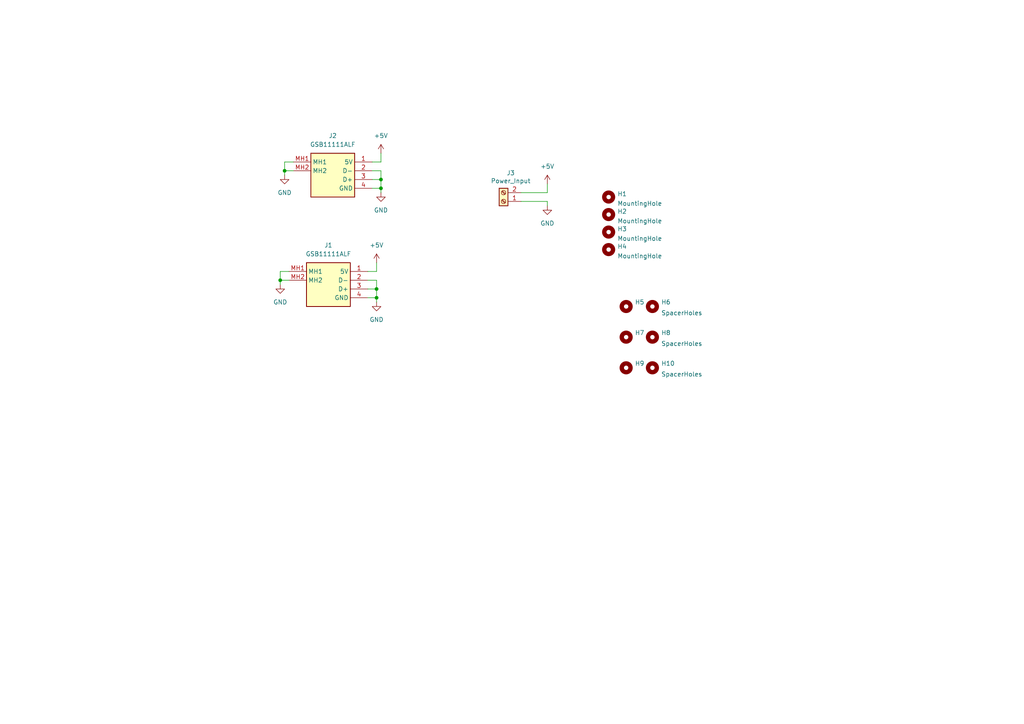
<source format=kicad_sch>
(kicad_sch (version 20230121) (generator eeschema)

  (uuid fea7c5d1-76d6-41a0-b5e3-29889dbb8ce0)

  (paper "A4")

  (title_block
    (title "USB distri")
    (date "2023-10-13")
    (rev "1.0")
    (company "Bleep Sound")
  )

  (lib_symbols
    (symbol "Connector:Screw_Terminal_01x02" (pin_names (offset 1.016) hide) (in_bom yes) (on_board yes)
      (property "Reference" "J" (at 0 2.54 0)
        (effects (font (size 1.27 1.27)))
      )
      (property "Value" "Screw_Terminal_01x02" (at 0 -5.08 0)
        (effects (font (size 1.27 1.27)))
      )
      (property "Footprint" "" (at 0 0 0)
        (effects (font (size 1.27 1.27)) hide)
      )
      (property "Datasheet" "~" (at 0 0 0)
        (effects (font (size 1.27 1.27)) hide)
      )
      (property "ki_keywords" "screw terminal" (at 0 0 0)
        (effects (font (size 1.27 1.27)) hide)
      )
      (property "ki_description" "Generic screw terminal, single row, 01x02, script generated (kicad-library-utils/schlib/autogen/connector/)" (at 0 0 0)
        (effects (font (size 1.27 1.27)) hide)
      )
      (property "ki_fp_filters" "TerminalBlock*:*" (at 0 0 0)
        (effects (font (size 1.27 1.27)) hide)
      )
      (symbol "Screw_Terminal_01x02_1_1"
        (rectangle (start -1.27 1.27) (end 1.27 -3.81)
          (stroke (width 0.254) (type default))
          (fill (type background))
        )
        (circle (center 0 -2.54) (radius 0.635)
          (stroke (width 0.1524) (type default))
          (fill (type none))
        )
        (polyline
          (pts
            (xy -0.5334 -2.2098)
            (xy 0.3302 -3.048)
          )
          (stroke (width 0.1524) (type default))
          (fill (type none))
        )
        (polyline
          (pts
            (xy -0.5334 0.3302)
            (xy 0.3302 -0.508)
          )
          (stroke (width 0.1524) (type default))
          (fill (type none))
        )
        (polyline
          (pts
            (xy -0.3556 -2.032)
            (xy 0.508 -2.8702)
          )
          (stroke (width 0.1524) (type default))
          (fill (type none))
        )
        (polyline
          (pts
            (xy -0.3556 0.508)
            (xy 0.508 -0.3302)
          )
          (stroke (width 0.1524) (type default))
          (fill (type none))
        )
        (circle (center 0 0) (radius 0.635)
          (stroke (width 0.1524) (type default))
          (fill (type none))
        )
        (pin passive line (at -5.08 0 0) (length 3.81)
          (name "Pin_1" (effects (font (size 1.27 1.27))))
          (number "1" (effects (font (size 1.27 1.27))))
        )
        (pin passive line (at -5.08 -2.54 0) (length 3.81)
          (name "Pin_2" (effects (font (size 1.27 1.27))))
          (number "2" (effects (font (size 1.27 1.27))))
        )
      )
    )
    (symbol "Kicad-perso:GSB11111ALF" (in_bom yes) (on_board yes)
      (property "Reference" "J" (at 5.207 7.239 0)
        (effects (font (size 1.27 1.27)) (justify left top))
      )
      (property "Value" "GSB11111ALF" (at 5.207 4.699 0)
        (effects (font (size 1.27 1.27)) (justify left top))
      )
      (property "Footprint" "Kicad-perso:GSB11111ALF" (at 19.05 -94.92 0)
        (effects (font (size 1.27 1.27)) (justify left top) hide)
      )
      (property "Datasheet" "https://cdn.amphenol-icc.com/media/wysiwyg/files/drawing/gsb111xxalf.pdf" (at 19.05 -194.92 0)
        (effects (font (size 1.27 1.27)) (justify left top) hide)
      )
      (property "MFN" "Amphenol" (at 19.05 -694.92 0)
        (effects (font (size 1.27 1.27)) (justify left top) hide)
      )
      (property "MFP" "GSB11111ALF" (at 19.05 -794.92 0)
        (effects (font (size 1.27 1.27)) (justify left top) hide)
      )
      (property "ki_description" "USB Connectors USB 2.0, Type A, Receptacle, Vertical, 4 Pins, Shell with Nickel Plating, Gold Flash, Dip 3.0mm,Terminal Tail Length 2.7mm, Black Housing, Tray Packaging" (at 0 0 0)
        (effects (font (size 1.27 1.27)) hide)
      )
      (symbol "GSB11111ALF_1_1"
        (rectangle (start 5.08 2.54) (end 17.78 -10.16)
          (stroke (width 0.254) (type default))
          (fill (type background))
        )
        (pin power_in line (at 22.86 0 180) (length 5.08)
          (name "5V" (effects (font (size 1.27 1.27))))
          (number "1" (effects (font (size 1.27 1.27))))
        )
        (pin passive line (at 22.86 -2.54 180) (length 5.08)
          (name "D-" (effects (font (size 1.27 1.27))))
          (number "2" (effects (font (size 1.27 1.27))))
        )
        (pin passive line (at 22.86 -5.08 180) (length 5.08)
          (name "D+" (effects (font (size 1.27 1.27))))
          (number "3" (effects (font (size 1.27 1.27))))
        )
        (pin power_in line (at 22.86 -7.62 180) (length 5.08)
          (name "GND" (effects (font (size 1.27 1.27))))
          (number "4" (effects (font (size 1.27 1.27))))
        )
        (pin passive line (at 0 0 0) (length 5.08)
          (name "MH1" (effects (font (size 1.27 1.27))))
          (number "MH1" (effects (font (size 1.27 1.27))))
        )
        (pin passive line (at 0 -2.54 0) (length 5.08)
          (name "MH2" (effects (font (size 1.27 1.27))))
          (number "MH2" (effects (font (size 1.27 1.27))))
        )
      )
    )
    (symbol "Mechanical:MountingHole" (pin_names (offset 1.016)) (in_bom yes) (on_board yes)
      (property "Reference" "H" (at 0 5.08 0)
        (effects (font (size 1.27 1.27)))
      )
      (property "Value" "MountingHole" (at 0 3.175 0)
        (effects (font (size 1.27 1.27)))
      )
      (property "Footprint" "" (at 0 0 0)
        (effects (font (size 1.27 1.27)) hide)
      )
      (property "Datasheet" "~" (at 0 0 0)
        (effects (font (size 1.27 1.27)) hide)
      )
      (property "ki_keywords" "mounting hole" (at 0 0 0)
        (effects (font (size 1.27 1.27)) hide)
      )
      (property "ki_description" "Mounting Hole without connection" (at 0 0 0)
        (effects (font (size 1.27 1.27)) hide)
      )
      (property "ki_fp_filters" "MountingHole*" (at 0 0 0)
        (effects (font (size 1.27 1.27)) hide)
      )
      (symbol "MountingHole_0_1"
        (circle (center 0 0) (radius 1.27)
          (stroke (width 1.27) (type default))
          (fill (type none))
        )
      )
    )
    (symbol "power:+5V" (power) (pin_names (offset 0)) (in_bom yes) (on_board yes)
      (property "Reference" "#PWR" (at 0 -3.81 0)
        (effects (font (size 1.27 1.27)) hide)
      )
      (property "Value" "+5V" (at 0 3.556 0)
        (effects (font (size 1.27 1.27)))
      )
      (property "Footprint" "" (at 0 0 0)
        (effects (font (size 1.27 1.27)) hide)
      )
      (property "Datasheet" "" (at 0 0 0)
        (effects (font (size 1.27 1.27)) hide)
      )
      (property "ki_keywords" "global power" (at 0 0 0)
        (effects (font (size 1.27 1.27)) hide)
      )
      (property "ki_description" "Power symbol creates a global label with name \"+5V\"" (at 0 0 0)
        (effects (font (size 1.27 1.27)) hide)
      )
      (symbol "+5V_0_1"
        (polyline
          (pts
            (xy -0.762 1.27)
            (xy 0 2.54)
          )
          (stroke (width 0) (type default))
          (fill (type none))
        )
        (polyline
          (pts
            (xy 0 0)
            (xy 0 2.54)
          )
          (stroke (width 0) (type default))
          (fill (type none))
        )
        (polyline
          (pts
            (xy 0 2.54)
            (xy 0.762 1.27)
          )
          (stroke (width 0) (type default))
          (fill (type none))
        )
      )
      (symbol "+5V_1_1"
        (pin power_in line (at 0 0 90) (length 0) hide
          (name "+5V" (effects (font (size 1.27 1.27))))
          (number "1" (effects (font (size 1.27 1.27))))
        )
      )
    )
    (symbol "power:GND" (power) (pin_names (offset 0)) (in_bom yes) (on_board yes)
      (property "Reference" "#PWR" (at 0 -6.35 0)
        (effects (font (size 1.27 1.27)) hide)
      )
      (property "Value" "GND" (at 0 -3.81 0)
        (effects (font (size 1.27 1.27)))
      )
      (property "Footprint" "" (at 0 0 0)
        (effects (font (size 1.27 1.27)) hide)
      )
      (property "Datasheet" "" (at 0 0 0)
        (effects (font (size 1.27 1.27)) hide)
      )
      (property "ki_keywords" "global power" (at 0 0 0)
        (effects (font (size 1.27 1.27)) hide)
      )
      (property "ki_description" "Power symbol creates a global label with name \"GND\" , ground" (at 0 0 0)
        (effects (font (size 1.27 1.27)) hide)
      )
      (symbol "GND_0_1"
        (polyline
          (pts
            (xy 0 0)
            (xy 0 -1.27)
            (xy 1.27 -1.27)
            (xy 0 -2.54)
            (xy -1.27 -1.27)
            (xy 0 -1.27)
          )
          (stroke (width 0) (type default))
          (fill (type none))
        )
      )
      (symbol "GND_1_1"
        (pin power_in line (at 0 0 270) (length 0) hide
          (name "GND" (effects (font (size 1.27 1.27))))
          (number "1" (effects (font (size 1.27 1.27))))
        )
      )
    )
  )

  (junction (at 82.55 49.53) (diameter 0) (color 0 0 0 0)
    (uuid 36a4acc0-aa4e-4196-a2fd-7859c222265d)
  )
  (junction (at 110.49 54.61) (diameter 0) (color 0 0 0 0)
    (uuid 3dd3f5d6-4871-43fb-a149-f5f5ace93719)
  )
  (junction (at 110.49 52.07) (diameter 0) (color 0 0 0 0)
    (uuid 5e8e8d7a-1c57-4063-a8bf-1d9676f9b730)
  )
  (junction (at 81.28 81.28) (diameter 0) (color 0 0 0 0)
    (uuid 797adbec-747a-403d-810a-e05c64f15224)
  )
  (junction (at 109.22 83.82) (diameter 0) (color 0 0 0 0)
    (uuid a1ce97f9-9772-4d61-85c1-f886eab6260a)
  )
  (junction (at 109.22 86.36) (diameter 0) (color 0 0 0 0)
    (uuid bd394751-3e4b-4a45-b3b1-6349da1de85e)
  )

  (wire (pts (xy 158.75 53.34) (xy 158.75 55.88))
    (stroke (width 0) (type default))
    (uuid 07fbb9f3-9b61-47b8-ad39-378ffed848d7)
  )
  (wire (pts (xy 107.95 49.53) (xy 110.49 49.53))
    (stroke (width 0) (type default))
    (uuid 0a97ecdb-2faa-4b9b-85f3-3961bfd46ea4)
  )
  (wire (pts (xy 109.22 78.74) (xy 106.68 78.74))
    (stroke (width 0) (type default))
    (uuid 0f7f1848-9f98-4781-890a-d26d57b1304b)
  )
  (wire (pts (xy 110.49 55.88) (xy 110.49 54.61))
    (stroke (width 0) (type default))
    (uuid 14c55d83-8d6e-461c-b5d2-1ab4040bee4a)
  )
  (wire (pts (xy 109.22 81.28) (xy 109.22 83.82))
    (stroke (width 0) (type default))
    (uuid 169a9d68-5e78-43ac-a761-750d554df02b)
  )
  (wire (pts (xy 110.49 46.99) (xy 107.95 46.99))
    (stroke (width 0) (type default))
    (uuid 1988024d-ee35-49b3-a92d-8b9f3434e26d)
  )
  (wire (pts (xy 81.28 78.74) (xy 81.28 81.28))
    (stroke (width 0) (type default))
    (uuid 1ca6af28-a068-4d8c-a6a7-2f8346d4a108)
  )
  (wire (pts (xy 151.13 58.42) (xy 158.75 58.42))
    (stroke (width 0) (type default))
    (uuid 1fb3802d-4764-4c24-a87c-e1eea9d1eb66)
  )
  (wire (pts (xy 109.22 86.36) (xy 106.68 86.36))
    (stroke (width 0) (type default))
    (uuid 21c1b079-aa60-4cf0-b626-75714c2a19d7)
  )
  (wire (pts (xy 82.55 46.99) (xy 82.55 49.53))
    (stroke (width 0) (type default))
    (uuid 261f4c1e-3d00-48ee-a2d3-a65f41f562dd)
  )
  (wire (pts (xy 82.55 49.53) (xy 85.09 49.53))
    (stroke (width 0) (type default))
    (uuid 2b607e27-c87e-415b-84b1-00742251cb5e)
  )
  (wire (pts (xy 107.95 52.07) (xy 110.49 52.07))
    (stroke (width 0) (type default))
    (uuid 2bd96005-e2e6-4012-848a-867a26db494d)
  )
  (wire (pts (xy 106.68 81.28) (xy 109.22 81.28))
    (stroke (width 0) (type default))
    (uuid 2dae5f0b-6497-4089-82fb-888ded0bb207)
  )
  (wire (pts (xy 109.22 76.2) (xy 109.22 78.74))
    (stroke (width 0) (type default))
    (uuid 4a75c59c-232c-4299-abc2-472a3bae4a86)
  )
  (wire (pts (xy 81.28 81.28) (xy 83.82 81.28))
    (stroke (width 0) (type default))
    (uuid 7a3907cc-20c6-409b-8f08-72427be8ce14)
  )
  (wire (pts (xy 106.68 83.82) (xy 109.22 83.82))
    (stroke (width 0) (type default))
    (uuid 888f64f0-dbef-4a5a-bfdf-a62f7c3bff4e)
  )
  (wire (pts (xy 109.22 83.82) (xy 109.22 86.36))
    (stroke (width 0) (type default))
    (uuid 8a70ea54-59a3-499b-8005-3cfb3e535a2a)
  )
  (wire (pts (xy 158.75 55.88) (xy 151.13 55.88))
    (stroke (width 0) (type default))
    (uuid 97da6296-eb53-471d-8872-c5f4c8017585)
  )
  (wire (pts (xy 110.49 54.61) (xy 107.95 54.61))
    (stroke (width 0) (type default))
    (uuid 981f05a2-5b0d-484f-b418-c3a185659c1a)
  )
  (wire (pts (xy 110.49 44.45) (xy 110.49 46.99))
    (stroke (width 0) (type default))
    (uuid a2ce1c43-c1b8-47d4-b897-a733b18ac6ba)
  )
  (wire (pts (xy 110.49 52.07) (xy 110.49 54.61))
    (stroke (width 0) (type default))
    (uuid a9beaf54-d40a-4c70-875b-af1024222e5f)
  )
  (wire (pts (xy 158.75 58.42) (xy 158.75 59.69))
    (stroke (width 0) (type default))
    (uuid ca9eda80-10e9-40db-8307-ebba59cbce29)
  )
  (wire (pts (xy 83.82 78.74) (xy 81.28 78.74))
    (stroke (width 0) (type default))
    (uuid cf4dc696-17dd-4532-9c52-b6ced37ae76f)
  )
  (wire (pts (xy 110.49 49.53) (xy 110.49 52.07))
    (stroke (width 0) (type default))
    (uuid db7617b4-ce84-494e-8667-1d4d7c05c8f3)
  )
  (wire (pts (xy 82.55 49.53) (xy 82.55 50.8))
    (stroke (width 0) (type default))
    (uuid e4dd7fcf-aa58-4693-b2c2-ae6b653ca1cb)
  )
  (wire (pts (xy 109.22 87.63) (xy 109.22 86.36))
    (stroke (width 0) (type default))
    (uuid f3f43489-a9f3-4dc5-80b4-237b65ca165a)
  )
  (wire (pts (xy 81.28 81.28) (xy 81.28 82.55))
    (stroke (width 0) (type default))
    (uuid fdb0756f-a600-4da1-a491-0c9ae0c001a8)
  )
  (wire (pts (xy 85.09 46.99) (xy 82.55 46.99))
    (stroke (width 0) (type default))
    (uuid fe880dd9-9e2f-4033-b183-d9b682488d74)
  )

  (symbol (lib_id "Mechanical:MountingHole") (at 181.61 106.68 0) (unit 1)
    (in_bom no) (on_board yes) (dnp no)
    (uuid 08586263-02d5-4897-91f8-3b0c48842f12)
    (property "Reference" "H9" (at 184.15 105.41 0)
      (effects (font (size 1.27 1.27)) (justify left))
    )
    (property "Value" "SpacerHoles" (at 184.15 108.5466 0)
      (effects (font (size 1.27 1.27)) (justify left) hide)
    )
    (property "Footprint" "MountingHole:MountingHole_3.2mm_M3" (at 181.61 106.68 0)
      (effects (font (size 1.27 1.27)) hide)
    )
    (property "Datasheet" "~" (at 181.61 106.68 0)
      (effects (font (size 1.27 1.27)) hide)
    )
    (instances
      (project "USB_distri"
        (path "/fea7c5d1-76d6-41a0-b5e3-29889dbb8ce0"
          (reference "H9") (unit 1)
        )
      )
    )
  )

  (symbol (lib_id "Mechanical:MountingHole") (at 181.61 97.79 0) (unit 1)
    (in_bom no) (on_board yes) (dnp no)
    (uuid 0d654c3e-9513-4017-8e4c-05462cd6c326)
    (property "Reference" "H7" (at 184.15 96.52 0)
      (effects (font (size 1.27 1.27)) (justify left))
    )
    (property "Value" "SpacerHoles" (at 184.15 99.6566 0)
      (effects (font (size 1.27 1.27)) (justify left) hide)
    )
    (property "Footprint" "MountingHole:MountingHole_3.2mm_M3" (at 181.61 97.79 0)
      (effects (font (size 1.27 1.27)) hide)
    )
    (property "Datasheet" "~" (at 181.61 97.79 0)
      (effects (font (size 1.27 1.27)) hide)
    )
    (instances
      (project "USB_distri"
        (path "/fea7c5d1-76d6-41a0-b5e3-29889dbb8ce0"
          (reference "H7") (unit 1)
        )
      )
    )
  )

  (symbol (lib_id "Mechanical:MountingHole") (at 189.23 88.9 0) (unit 1)
    (in_bom no) (on_board yes) (dnp no)
    (uuid 0e040efa-bcff-4897-89d3-a5207f0542e5)
    (property "Reference" "H6" (at 191.77 87.63 0)
      (effects (font (size 1.27 1.27)) (justify left))
    )
    (property "Value" "SpacerHoles" (at 191.77 90.7666 0)
      (effects (font (size 1.27 1.27)) (justify left))
    )
    (property "Footprint" "MountingHole:MountingHole_3.2mm_M3" (at 189.23 88.9 0)
      (effects (font (size 1.27 1.27)) hide)
    )
    (property "Datasheet" "~" (at 189.23 88.9 0)
      (effects (font (size 1.27 1.27)) hide)
    )
    (instances
      (project "USB_distri"
        (path "/fea7c5d1-76d6-41a0-b5e3-29889dbb8ce0"
          (reference "H6") (unit 1)
        )
      )
    )
  )

  (symbol (lib_id "Mechanical:MountingHole") (at 176.53 67.31 0) (unit 1)
    (in_bom no) (on_board yes) (dnp no) (fields_autoplaced)
    (uuid 0e86af0a-1fe7-477d-99bc-1729cff58217)
    (property "Reference" "H3" (at 179.07 66.4015 0)
      (effects (font (size 1.27 1.27)) (justify left))
    )
    (property "Value" "MountingHole" (at 179.07 69.1766 0)
      (effects (font (size 1.27 1.27)) (justify left))
    )
    (property "Footprint" "Synth:Doepfer Mounting hole" (at 176.53 67.31 0)
      (effects (font (size 1.27 1.27)) hide)
    )
    (property "Datasheet" "~" (at 176.53 67.31 0)
      (effects (font (size 1.27 1.27)) hide)
    )
    (property "MFN" "" (at 176.53 67.31 0)
      (effects (font (size 1.27 1.27)) hide)
    )
    (property "MFP" "" (at 176.53 67.31 0)
      (effects (font (size 1.27 1.27)) hide)
    )
    (instances
      (project "USB_distri"
        (path "/fea7c5d1-76d6-41a0-b5e3-29889dbb8ce0"
          (reference "H3") (unit 1)
        )
      )
    )
  )

  (symbol (lib_id "Mechanical:MountingHole") (at 176.53 72.39 0) (unit 1)
    (in_bom no) (on_board yes) (dnp no) (fields_autoplaced)
    (uuid 152dc8ca-1ae6-4745-a4ba-ab361a35bfc2)
    (property "Reference" "H4" (at 179.07 71.4815 0)
      (effects (font (size 1.27 1.27)) (justify left))
    )
    (property "Value" "MountingHole" (at 179.07 74.2566 0)
      (effects (font (size 1.27 1.27)) (justify left))
    )
    (property "Footprint" "Synth:Doepfer Mounting hole" (at 176.53 72.39 0)
      (effects (font (size 1.27 1.27)) hide)
    )
    (property "Datasheet" "~" (at 176.53 72.39 0)
      (effects (font (size 1.27 1.27)) hide)
    )
    (property "MFN" "" (at 176.53 72.39 0)
      (effects (font (size 1.27 1.27)) hide)
    )
    (property "MFP" "" (at 176.53 72.39 0)
      (effects (font (size 1.27 1.27)) hide)
    )
    (instances
      (project "USB_distri"
        (path "/fea7c5d1-76d6-41a0-b5e3-29889dbb8ce0"
          (reference "H4") (unit 1)
        )
      )
    )
  )

  (symbol (lib_id "Connector:Screw_Terminal_01x02") (at 146.05 58.42 180) (unit 1)
    (in_bom yes) (on_board yes) (dnp no)
    (uuid 2b5034b7-2a3f-4560-ac91-d522a8f2a5d0)
    (property "Reference" "J1" (at 148.1328 50.165 0)
      (effects (font (size 1.27 1.27)))
    )
    (property "Value" "Power_Input" (at 148.1328 52.4764 0)
      (effects (font (size 1.27 1.27)))
    )
    (property "Footprint" "TerminalBlock:TerminalBlock_bornier-2_P5.08mm" (at 146.05 58.42 0)
      (effects (font (size 1.27 1.27)) hide)
    )
    (property "Datasheet" "~" (at 146.05 58.42 0)
      (effects (font (size 1.27 1.27)) hide)
    )
    (property "MFN" "" (at 146.05 58.42 0)
      (effects (font (size 1.27 1.27)) hide)
    )
    (property "MFP" "" (at 146.05 58.42 0)
      (effects (font (size 1.27 1.27)) hide)
    )
    (pin "1" (uuid 4566d0b4-ec5a-4b92-89ff-2f63eccb15e6))
    (pin "2" (uuid d7a853f4-9615-4b17-82b2-c22c3b8f7478))
    (instances
      (project "PSU"
        (path "/75ffc65c-7132-4411-9f2a-ae0c73d79338"
          (reference "J1") (unit 1)
        )
      )
      (project "USB_distri"
        (path "/fea7c5d1-76d6-41a0-b5e3-29889dbb8ce0"
          (reference "J3") (unit 1)
        )
      )
    )
  )

  (symbol (lib_id "power:+5V") (at 110.49 44.45 0) (unit 1)
    (in_bom yes) (on_board yes) (dnp no) (fields_autoplaced)
    (uuid 2f05a8af-fb08-431d-961c-19b7eecb854b)
    (property "Reference" "#PWR05" (at 110.49 48.26 0)
      (effects (font (size 1.27 1.27)) hide)
    )
    (property "Value" "+5V" (at 110.49 39.37 0)
      (effects (font (size 1.27 1.27)))
    )
    (property "Footprint" "" (at 110.49 44.45 0)
      (effects (font (size 1.27 1.27)) hide)
    )
    (property "Datasheet" "" (at 110.49 44.45 0)
      (effects (font (size 1.27 1.27)) hide)
    )
    (pin "1" (uuid dfce36e7-1f50-4983-a4cd-02142bb887b2))
    (instances
      (project "USB_distri"
        (path "/fea7c5d1-76d6-41a0-b5e3-29889dbb8ce0"
          (reference "#PWR05") (unit 1)
        )
      )
    )
  )

  (symbol (lib_id "Mechanical:MountingHole") (at 189.23 106.68 0) (unit 1)
    (in_bom no) (on_board yes) (dnp no)
    (uuid 318b50c3-ed59-4e80-a1ec-12e00927a4ba)
    (property "Reference" "H10" (at 191.77 105.41 0)
      (effects (font (size 1.27 1.27)) (justify left))
    )
    (property "Value" "SpacerHoles" (at 191.77 108.5466 0)
      (effects (font (size 1.27 1.27)) (justify left))
    )
    (property "Footprint" "MountingHole:MountingHole_3.2mm_M3" (at 189.23 106.68 0)
      (effects (font (size 1.27 1.27)) hide)
    )
    (property "Datasheet" "~" (at 189.23 106.68 0)
      (effects (font (size 1.27 1.27)) hide)
    )
    (instances
      (project "USB_distri"
        (path "/fea7c5d1-76d6-41a0-b5e3-29889dbb8ce0"
          (reference "H10") (unit 1)
        )
      )
    )
  )

  (symbol (lib_id "Kicad-perso:GSB11111ALF") (at 83.82 78.74 0) (unit 1)
    (in_bom yes) (on_board yes) (dnp no) (fields_autoplaced)
    (uuid 37114498-8d70-4481-aefb-a4b686f61269)
    (property "Reference" "J1" (at 95.25 71.12 0)
      (effects (font (size 1.27 1.27)))
    )
    (property "Value" "GSB11111ALF" (at 95.25 73.66 0)
      (effects (font (size 1.27 1.27)))
    )
    (property "Footprint" "Kicad-perso:GSB11111ALF" (at 102.87 173.66 0)
      (effects (font (size 1.27 1.27)) (justify left top) hide)
    )
    (property "Datasheet" "https://cdn.amphenol-icc.com/media/wysiwyg/files/drawing/gsb111xxalf.pdf" (at 102.87 273.66 0)
      (effects (font (size 1.27 1.27)) (justify left top) hide)
    )
    (property "MFN" "Amphenol" (at 102.87 773.66 0)
      (effects (font (size 1.27 1.27)) (justify left top) hide)
    )
    (property "MFP" "GSB11111ALF" (at 102.87 873.66 0)
      (effects (font (size 1.27 1.27)) (justify left top) hide)
    )
    (pin "1" (uuid f4004592-1783-4d06-ae76-10de08f99f28))
    (pin "2" (uuid d0f2ab86-b249-4825-859d-d6902c7bfed7))
    (pin "3" (uuid 3e948488-9345-476e-8496-7d998d093cbc))
    (pin "4" (uuid 8efe5f6d-c886-410f-beb6-eb7b4e1a08f9))
    (pin "MH1" (uuid 3e43a29d-be22-4d4a-835e-891bd2ec92e4))
    (pin "MH2" (uuid c14a41b1-adc5-4bcf-ab12-733c7593a0ae))
    (instances
      (project "USB_distri"
        (path "/fea7c5d1-76d6-41a0-b5e3-29889dbb8ce0"
          (reference "J1") (unit 1)
        )
      )
    )
  )

  (symbol (lib_id "power:GND") (at 110.49 55.88 0) (unit 1)
    (in_bom yes) (on_board yes) (dnp no) (fields_autoplaced)
    (uuid 4a4a48ae-5c45-4256-9097-e24d93657521)
    (property "Reference" "#PWR06" (at 110.49 62.23 0)
      (effects (font (size 1.27 1.27)) hide)
    )
    (property "Value" "GND" (at 110.49 60.96 0)
      (effects (font (size 1.27 1.27)))
    )
    (property "Footprint" "" (at 110.49 55.88 0)
      (effects (font (size 1.27 1.27)) hide)
    )
    (property "Datasheet" "" (at 110.49 55.88 0)
      (effects (font (size 1.27 1.27)) hide)
    )
    (pin "1" (uuid 6eabd689-59cb-47de-9a6f-dbbaf234926e))
    (instances
      (project "USB_distri"
        (path "/fea7c5d1-76d6-41a0-b5e3-29889dbb8ce0"
          (reference "#PWR06") (unit 1)
        )
      )
    )
  )

  (symbol (lib_id "Mechanical:MountingHole") (at 176.53 62.23 0) (unit 1)
    (in_bom no) (on_board yes) (dnp no) (fields_autoplaced)
    (uuid 6ad02073-0558-42a4-92fa-4add44c180cf)
    (property "Reference" "H2" (at 179.07 61.3215 0)
      (effects (font (size 1.27 1.27)) (justify left))
    )
    (property "Value" "MountingHole" (at 179.07 64.0966 0)
      (effects (font (size 1.27 1.27)) (justify left))
    )
    (property "Footprint" "Synth:Doepfer Mounting hole" (at 176.53 62.23 0)
      (effects (font (size 1.27 1.27)) hide)
    )
    (property "Datasheet" "~" (at 176.53 62.23 0)
      (effects (font (size 1.27 1.27)) hide)
    )
    (property "MFN" "" (at 176.53 62.23 0)
      (effects (font (size 1.27 1.27)) hide)
    )
    (property "MFP" "" (at 176.53 62.23 0)
      (effects (font (size 1.27 1.27)) hide)
    )
    (instances
      (project "USB_distri"
        (path "/fea7c5d1-76d6-41a0-b5e3-29889dbb8ce0"
          (reference "H2") (unit 1)
        )
      )
    )
  )

  (symbol (lib_id "Mechanical:MountingHole") (at 181.61 88.9 0) (unit 1)
    (in_bom no) (on_board yes) (dnp no)
    (uuid 7421d1b9-80a3-4ff3-b3fd-1e23dc3ec0e9)
    (property "Reference" "H5" (at 184.15 87.63 0)
      (effects (font (size 1.27 1.27)) (justify left))
    )
    (property "Value" "SpacerHoles" (at 184.15 90.7666 0)
      (effects (font (size 1.27 1.27)) (justify left) hide)
    )
    (property "Footprint" "MountingHole:MountingHole_3.2mm_M3" (at 181.61 88.9 0)
      (effects (font (size 1.27 1.27)) hide)
    )
    (property "Datasheet" "~" (at 181.61 88.9 0)
      (effects (font (size 1.27 1.27)) hide)
    )
    (instances
      (project "USB_distri"
        (path "/fea7c5d1-76d6-41a0-b5e3-29889dbb8ce0"
          (reference "H5") (unit 1)
        )
      )
    )
  )

  (symbol (lib_id "power:GND") (at 109.22 87.63 0) (unit 1)
    (in_bom yes) (on_board yes) (dnp no) (fields_autoplaced)
    (uuid 908a3baa-a933-4861-b239-fc6bba74e873)
    (property "Reference" "#PWR04" (at 109.22 93.98 0)
      (effects (font (size 1.27 1.27)) hide)
    )
    (property "Value" "GND" (at 109.22 92.71 0)
      (effects (font (size 1.27 1.27)))
    )
    (property "Footprint" "" (at 109.22 87.63 0)
      (effects (font (size 1.27 1.27)) hide)
    )
    (property "Datasheet" "" (at 109.22 87.63 0)
      (effects (font (size 1.27 1.27)) hide)
    )
    (pin "1" (uuid a05e6377-ca7f-4289-b30e-e0636f31cdb9))
    (instances
      (project "USB_distri"
        (path "/fea7c5d1-76d6-41a0-b5e3-29889dbb8ce0"
          (reference "#PWR04") (unit 1)
        )
      )
    )
  )

  (symbol (lib_id "Mechanical:MountingHole") (at 176.53 57.15 0) (unit 1)
    (in_bom no) (on_board yes) (dnp no) (fields_autoplaced)
    (uuid 9f9a1dc2-1e64-4561-84e9-c59e56eccfbe)
    (property "Reference" "H1" (at 179.07 56.2415 0)
      (effects (font (size 1.27 1.27)) (justify left))
    )
    (property "Value" "MountingHole" (at 179.07 59.0166 0)
      (effects (font (size 1.27 1.27)) (justify left))
    )
    (property "Footprint" "Synth:Doepfer Mounting hole" (at 176.53 57.15 0)
      (effects (font (size 1.27 1.27)) hide)
    )
    (property "Datasheet" "~" (at 176.53 57.15 0)
      (effects (font (size 1.27 1.27)) hide)
    )
    (property "MFN" "" (at 176.53 57.15 0)
      (effects (font (size 1.27 1.27)) hide)
    )
    (property "MFP" "" (at 176.53 57.15 0)
      (effects (font (size 1.27 1.27)) hide)
    )
    (instances
      (project "USB_distri"
        (path "/fea7c5d1-76d6-41a0-b5e3-29889dbb8ce0"
          (reference "H1") (unit 1)
        )
      )
    )
  )

  (symbol (lib_id "power:GND") (at 81.28 82.55 0) (unit 1)
    (in_bom yes) (on_board yes) (dnp no) (fields_autoplaced)
    (uuid a4fb6bc2-7be7-49ca-af3c-6ad037babab1)
    (property "Reference" "#PWR01" (at 81.28 88.9 0)
      (effects (font (size 1.27 1.27)) hide)
    )
    (property "Value" "GND" (at 81.28 87.63 0)
      (effects (font (size 1.27 1.27)))
    )
    (property "Footprint" "" (at 81.28 82.55 0)
      (effects (font (size 1.27 1.27)) hide)
    )
    (property "Datasheet" "" (at 81.28 82.55 0)
      (effects (font (size 1.27 1.27)) hide)
    )
    (pin "1" (uuid 35a98f1d-496c-47c3-a12a-d7bf5a98f856))
    (instances
      (project "USB_distri"
        (path "/fea7c5d1-76d6-41a0-b5e3-29889dbb8ce0"
          (reference "#PWR01") (unit 1)
        )
      )
    )
  )

  (symbol (lib_id "power:GND") (at 82.55 50.8 0) (unit 1)
    (in_bom yes) (on_board yes) (dnp no) (fields_autoplaced)
    (uuid af660ecd-bd72-4709-908c-67c709e96e3a)
    (property "Reference" "#PWR02" (at 82.55 57.15 0)
      (effects (font (size 1.27 1.27)) hide)
    )
    (property "Value" "GND" (at 82.55 55.88 0)
      (effects (font (size 1.27 1.27)))
    )
    (property "Footprint" "" (at 82.55 50.8 0)
      (effects (font (size 1.27 1.27)) hide)
    )
    (property "Datasheet" "" (at 82.55 50.8 0)
      (effects (font (size 1.27 1.27)) hide)
    )
    (pin "1" (uuid dfbbe2ac-9aa5-49f0-8582-0816738b5b48))
    (instances
      (project "USB_distri"
        (path "/fea7c5d1-76d6-41a0-b5e3-29889dbb8ce0"
          (reference "#PWR02") (unit 1)
        )
      )
    )
  )

  (symbol (lib_id "power:GND") (at 158.75 59.69 0) (unit 1)
    (in_bom yes) (on_board yes) (dnp no) (fields_autoplaced)
    (uuid bf1a9de4-e0c5-464b-a132-ecbbca15fdc3)
    (property "Reference" "#PWR08" (at 158.75 66.04 0)
      (effects (font (size 1.27 1.27)) hide)
    )
    (property "Value" "GND" (at 158.75 64.77 0)
      (effects (font (size 1.27 1.27)))
    )
    (property "Footprint" "" (at 158.75 59.69 0)
      (effects (font (size 1.27 1.27)) hide)
    )
    (property "Datasheet" "" (at 158.75 59.69 0)
      (effects (font (size 1.27 1.27)) hide)
    )
    (pin "1" (uuid 0cd763a5-41bc-4f06-8cfc-fc758afef599))
    (instances
      (project "USB_distri"
        (path "/fea7c5d1-76d6-41a0-b5e3-29889dbb8ce0"
          (reference "#PWR08") (unit 1)
        )
      )
    )
  )

  (symbol (lib_id "power:+5V") (at 158.75 53.34 0) (unit 1)
    (in_bom yes) (on_board yes) (dnp no) (fields_autoplaced)
    (uuid cccd5589-2295-4987-a865-84f7a16b4ae4)
    (property "Reference" "#PWR07" (at 158.75 57.15 0)
      (effects (font (size 1.27 1.27)) hide)
    )
    (property "Value" "+5V" (at 158.75 48.26 0)
      (effects (font (size 1.27 1.27)))
    )
    (property "Footprint" "" (at 158.75 53.34 0)
      (effects (font (size 1.27 1.27)) hide)
    )
    (property "Datasheet" "" (at 158.75 53.34 0)
      (effects (font (size 1.27 1.27)) hide)
    )
    (pin "1" (uuid 2fe28345-c667-4e83-8197-c8dec4b2caa5))
    (instances
      (project "USB_distri"
        (path "/fea7c5d1-76d6-41a0-b5e3-29889dbb8ce0"
          (reference "#PWR07") (unit 1)
        )
      )
    )
  )

  (symbol (lib_id "power:+5V") (at 109.22 76.2 0) (unit 1)
    (in_bom yes) (on_board yes) (dnp no) (fields_autoplaced)
    (uuid e5a80bce-642c-46a5-bdc5-2fd6eabe34e6)
    (property "Reference" "#PWR03" (at 109.22 80.01 0)
      (effects (font (size 1.27 1.27)) hide)
    )
    (property "Value" "+5V" (at 109.22 71.12 0)
      (effects (font (size 1.27 1.27)))
    )
    (property "Footprint" "" (at 109.22 76.2 0)
      (effects (font (size 1.27 1.27)) hide)
    )
    (property "Datasheet" "" (at 109.22 76.2 0)
      (effects (font (size 1.27 1.27)) hide)
    )
    (pin "1" (uuid 7900ab89-30a9-4d0b-bbed-733f3f04567a))
    (instances
      (project "USB_distri"
        (path "/fea7c5d1-76d6-41a0-b5e3-29889dbb8ce0"
          (reference "#PWR03") (unit 1)
        )
      )
    )
  )

  (symbol (lib_id "Mechanical:MountingHole") (at 189.23 97.79 0) (unit 1)
    (in_bom no) (on_board yes) (dnp no)
    (uuid f9c3b797-43cb-4f0f-9aa1-bb9a6982382d)
    (property "Reference" "H8" (at 191.77 96.52 0)
      (effects (font (size 1.27 1.27)) (justify left))
    )
    (property "Value" "SpacerHoles" (at 191.77 99.6566 0)
      (effects (font (size 1.27 1.27)) (justify left))
    )
    (property "Footprint" "MountingHole:MountingHole_3.2mm_M3" (at 189.23 97.79 0)
      (effects (font (size 1.27 1.27)) hide)
    )
    (property "Datasheet" "~" (at 189.23 97.79 0)
      (effects (font (size 1.27 1.27)) hide)
    )
    (instances
      (project "USB_distri"
        (path "/fea7c5d1-76d6-41a0-b5e3-29889dbb8ce0"
          (reference "H8") (unit 1)
        )
      )
    )
  )

  (symbol (lib_id "Kicad-perso:GSB11111ALF") (at 85.09 46.99 0) (unit 1)
    (in_bom yes) (on_board yes) (dnp no) (fields_autoplaced)
    (uuid f9f0e486-fa99-4a24-9851-5f1737890a45)
    (property "Reference" "J2" (at 96.52 39.37 0)
      (effects (font (size 1.27 1.27)))
    )
    (property "Value" "GSB11111ALF" (at 96.52 41.91 0)
      (effects (font (size 1.27 1.27)))
    )
    (property "Footprint" "Kicad-perso:GSB11111ALF" (at 104.14 141.91 0)
      (effects (font (size 1.27 1.27)) (justify left top) hide)
    )
    (property "Datasheet" "https://cdn.amphenol-icc.com/media/wysiwyg/files/drawing/gsb111xxalf.pdf" (at 104.14 241.91 0)
      (effects (font (size 1.27 1.27)) (justify left top) hide)
    )
    (property "MFN" "Amphenol" (at 104.14 741.91 0)
      (effects (font (size 1.27 1.27)) (justify left top) hide)
    )
    (property "MFP" "GSB11111ALF" (at 104.14 841.91 0)
      (effects (font (size 1.27 1.27)) (justify left top) hide)
    )
    (pin "1" (uuid 2914d6d8-8006-44fb-b0d1-970078012bef))
    (pin "2" (uuid 254a00e8-e6ab-43b7-9998-4c3ca1d122ab))
    (pin "3" (uuid fe1b7c81-414f-4d3b-8ca8-77c72bf1037e))
    (pin "4" (uuid ea961ff9-6382-4d0a-98ce-ce8af15266d9))
    (pin "MH1" (uuid 95a0e4c9-739e-44c5-995a-418457a1db4f))
    (pin "MH2" (uuid 74b7a279-da85-4b2f-abe7-cf6f4a6bc3bb))
    (instances
      (project "USB_distri"
        (path "/fea7c5d1-76d6-41a0-b5e3-29889dbb8ce0"
          (reference "J2") (unit 1)
        )
      )
    )
  )

  (sheet_instances
    (path "/" (page "1"))
  )
)

</source>
